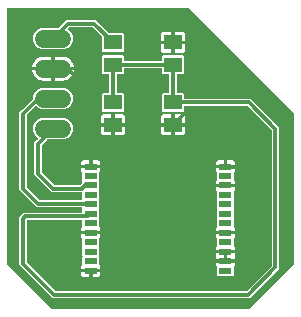
<source format=gbr>
G04 EAGLE Gerber RS-274X export*
G75*
%MOMM*%
%FSLAX34Y34*%
%LPD*%
%INTop Copper*%
%IPPOS*%
%AMOC8*
5,1,8,0,0,1.08239X$1,22.5*%
G01*
%ADD10R,1.100000X0.600000*%
%ADD11C,1.524000*%
%ADD12R,1.500000X1.300000*%
%ADD13C,0.304800*%

G36*
X203290Y100854D02*
X203290Y100854D01*
X203381Y100861D01*
X203411Y100873D01*
X203443Y100879D01*
X203523Y100921D01*
X203607Y100957D01*
X203639Y100983D01*
X203660Y100994D01*
X203682Y101017D01*
X203738Y101062D01*
X241838Y139162D01*
X241886Y139228D01*
X241892Y139234D01*
X241894Y139239D01*
X241951Y139305D01*
X241963Y139335D01*
X241982Y139361D01*
X242009Y139448D01*
X242043Y139533D01*
X242047Y139574D01*
X242054Y139597D01*
X242053Y139629D01*
X242061Y139700D01*
X242061Y266700D01*
X242047Y266790D01*
X242039Y266881D01*
X242027Y266911D01*
X242022Y266943D01*
X241979Y267023D01*
X241943Y267107D01*
X241917Y267139D01*
X241906Y267160D01*
X241883Y267182D01*
X241838Y267238D01*
X152938Y356138D01*
X152864Y356191D01*
X152795Y356251D01*
X152765Y356263D01*
X152739Y356282D01*
X152652Y356309D01*
X152567Y356343D01*
X152526Y356347D01*
X152503Y356354D01*
X152471Y356353D01*
X152400Y356361D01*
X0Y356361D01*
X-20Y356358D01*
X-39Y356360D01*
X-141Y356338D01*
X-243Y356322D01*
X-260Y356312D01*
X-280Y356308D01*
X-369Y356255D01*
X-460Y356206D01*
X-474Y356192D01*
X-491Y356182D01*
X-558Y356103D01*
X-630Y356028D01*
X-638Y356010D01*
X-651Y355995D01*
X-690Y355899D01*
X-733Y355805D01*
X-735Y355785D01*
X-743Y355767D01*
X-761Y355600D01*
X-761Y139700D01*
X-747Y139610D01*
X-739Y139519D01*
X-727Y139489D01*
X-722Y139457D01*
X-679Y139377D01*
X-643Y139293D01*
X-617Y139261D01*
X-606Y139240D01*
X-583Y139218D01*
X-538Y139162D01*
X37562Y101062D01*
X37636Y101009D01*
X37705Y100949D01*
X37735Y100937D01*
X37761Y100918D01*
X37848Y100891D01*
X37933Y100857D01*
X37974Y100853D01*
X37997Y100846D01*
X38029Y100847D01*
X38100Y100839D01*
X203200Y100839D01*
X203290Y100854D01*
G37*
%LPC*%
G36*
X37853Y110235D02*
X37853Y110235D01*
X9651Y138437D01*
X9651Y179063D01*
X13485Y182897D01*
X62214Y182897D01*
X62234Y182900D01*
X62253Y182898D01*
X62355Y182920D01*
X62457Y182936D01*
X62474Y182946D01*
X62494Y182950D01*
X62583Y183003D01*
X62674Y183052D01*
X62688Y183066D01*
X62705Y183076D01*
X62772Y183155D01*
X62844Y183230D01*
X62852Y183248D01*
X62865Y183263D01*
X62904Y183359D01*
X62947Y183453D01*
X62949Y183473D01*
X62957Y183491D01*
X62975Y183658D01*
X62975Y185536D01*
X62991Y185598D01*
X63021Y185697D01*
X63021Y185717D01*
X63026Y185736D01*
X63018Y185839D01*
X63015Y185942D01*
X63008Y185961D01*
X63007Y185981D01*
X62975Y186055D01*
X62975Y186690D01*
X62972Y186710D01*
X62974Y186729D01*
X62952Y186831D01*
X62936Y186933D01*
X62926Y186950D01*
X62922Y186970D01*
X62869Y187059D01*
X62820Y187150D01*
X62806Y187164D01*
X62796Y187181D01*
X62717Y187248D01*
X62642Y187320D01*
X62624Y187328D01*
X62609Y187341D01*
X62513Y187380D01*
X62419Y187423D01*
X62399Y187425D01*
X62381Y187433D01*
X62214Y187451D01*
X24137Y187451D01*
X9651Y201937D01*
X9651Y267963D01*
X11660Y269972D01*
X21112Y279424D01*
X21165Y279498D01*
X21225Y279567D01*
X21237Y279597D01*
X21256Y279624D01*
X21283Y279711D01*
X21317Y279795D01*
X21321Y279836D01*
X21328Y279859D01*
X21327Y279891D01*
X21335Y279962D01*
X21335Y281219D01*
X22727Y284580D01*
X25300Y287153D01*
X28661Y288545D01*
X47539Y288545D01*
X50900Y287153D01*
X53473Y284580D01*
X54865Y281219D01*
X54865Y277581D01*
X53473Y274220D01*
X50900Y271647D01*
X47539Y270255D01*
X28661Y270255D01*
X25300Y271647D01*
X24168Y272780D01*
X24152Y272791D01*
X24139Y272807D01*
X24052Y272863D01*
X23968Y272923D01*
X23949Y272929D01*
X23932Y272940D01*
X23832Y272965D01*
X23733Y272996D01*
X23713Y272995D01*
X23694Y273000D01*
X23591Y272992D01*
X23487Y272989D01*
X23468Y272982D01*
X23448Y272981D01*
X23354Y272940D01*
X23256Y272905D01*
X23240Y272892D01*
X23222Y272884D01*
X23091Y272780D01*
X15972Y265660D01*
X15919Y265586D01*
X15859Y265517D01*
X15847Y265487D01*
X15828Y265460D01*
X15801Y265373D01*
X15767Y265289D01*
X15763Y265248D01*
X15756Y265225D01*
X15757Y265193D01*
X15749Y265122D01*
X15749Y204778D01*
X15763Y204688D01*
X15771Y204597D01*
X15783Y204567D01*
X15788Y204535D01*
X15831Y204455D01*
X15867Y204371D01*
X15893Y204339D01*
X15904Y204318D01*
X15927Y204296D01*
X15972Y204240D01*
X26440Y193772D01*
X26514Y193719D01*
X26583Y193659D01*
X26613Y193647D01*
X26640Y193628D01*
X26727Y193601D01*
X26811Y193567D01*
X26852Y193563D01*
X26875Y193556D01*
X26907Y193557D01*
X26978Y193549D01*
X62214Y193549D01*
X62234Y193552D01*
X62253Y193550D01*
X62355Y193572D01*
X62457Y193588D01*
X62474Y193598D01*
X62494Y193602D01*
X62583Y193655D01*
X62674Y193704D01*
X62688Y193718D01*
X62705Y193728D01*
X62772Y193807D01*
X62844Y193882D01*
X62852Y193900D01*
X62865Y193915D01*
X62904Y194011D01*
X62947Y194105D01*
X62949Y194125D01*
X62957Y194143D01*
X62975Y194310D01*
X62975Y199390D01*
X62972Y199410D01*
X62974Y199429D01*
X62952Y199531D01*
X62936Y199633D01*
X62926Y199650D01*
X62922Y199670D01*
X62869Y199759D01*
X62820Y199850D01*
X62806Y199864D01*
X62796Y199881D01*
X62717Y199948D01*
X62642Y200020D01*
X62624Y200028D01*
X62609Y200041D01*
X62513Y200080D01*
X62419Y200123D01*
X62399Y200125D01*
X62381Y200133D01*
X62214Y200151D01*
X36837Y200151D01*
X22351Y214637D01*
X22351Y242563D01*
X24360Y244572D01*
X25130Y245341D01*
X25141Y245357D01*
X25157Y245370D01*
X25213Y245457D01*
X25273Y245541D01*
X25279Y245560D01*
X25290Y245577D01*
X25315Y245677D01*
X25346Y245776D01*
X25345Y245796D01*
X25350Y245815D01*
X25342Y245918D01*
X25339Y246022D01*
X25332Y246041D01*
X25331Y246060D01*
X25290Y246155D01*
X25255Y246253D01*
X25242Y246269D01*
X25234Y246287D01*
X25130Y246418D01*
X22727Y248820D01*
X21335Y252181D01*
X21335Y255819D01*
X22727Y259180D01*
X25300Y261753D01*
X28661Y263145D01*
X47539Y263145D01*
X50900Y261753D01*
X53473Y259180D01*
X54865Y255819D01*
X54865Y252181D01*
X53473Y248820D01*
X50900Y246247D01*
X47539Y244855D01*
X33582Y244855D01*
X33492Y244841D01*
X33401Y244833D01*
X33371Y244821D01*
X33339Y244816D01*
X33259Y244773D01*
X33175Y244737D01*
X33143Y244711D01*
X33122Y244700D01*
X33100Y244677D01*
X33044Y244632D01*
X28672Y240260D01*
X28619Y240186D01*
X28559Y240117D01*
X28547Y240087D01*
X28528Y240060D01*
X28501Y239973D01*
X28467Y239889D01*
X28463Y239848D01*
X28456Y239825D01*
X28457Y239793D01*
X28449Y239722D01*
X28449Y217478D01*
X28463Y217388D01*
X28471Y217297D01*
X28483Y217267D01*
X28488Y217235D01*
X28531Y217155D01*
X28567Y217071D01*
X28593Y217039D01*
X28604Y217018D01*
X28627Y216996D01*
X28672Y216940D01*
X39140Y206472D01*
X39214Y206419D01*
X39283Y206359D01*
X39313Y206347D01*
X39340Y206328D01*
X39427Y206301D01*
X39511Y206267D01*
X39552Y206263D01*
X39575Y206256D01*
X39607Y206257D01*
X39678Y206249D01*
X61011Y206249D01*
X61101Y206263D01*
X61192Y206271D01*
X61222Y206283D01*
X61254Y206288D01*
X61335Y206331D01*
X61419Y206367D01*
X61451Y206393D01*
X61471Y206404D01*
X61494Y206427D01*
X61550Y206472D01*
X62752Y207674D01*
X62800Y207741D01*
X62806Y207747D01*
X62808Y207751D01*
X62865Y207818D01*
X62877Y207848D01*
X62896Y207874D01*
X62923Y207961D01*
X62957Y208046D01*
X62961Y208087D01*
X62968Y208109D01*
X62967Y208141D01*
X62975Y208213D01*
X62975Y209536D01*
X62991Y209598D01*
X63021Y209697D01*
X63021Y209717D01*
X63026Y209736D01*
X63018Y209839D01*
X63015Y209942D01*
X63008Y209961D01*
X63007Y209981D01*
X62975Y210055D01*
X62975Y216416D01*
X62961Y216506D01*
X62953Y216597D01*
X62941Y216627D01*
X62936Y216659D01*
X62893Y216740D01*
X62857Y216824D01*
X62831Y216856D01*
X62820Y216876D01*
X62797Y216899D01*
X62752Y216955D01*
X62467Y217240D01*
X62132Y217819D01*
X61959Y218466D01*
X61959Y220301D01*
X69262Y220301D01*
X69281Y220304D01*
X69301Y220302D01*
X69403Y220324D01*
X69505Y220340D01*
X69522Y220350D01*
X69542Y220354D01*
X69631Y220407D01*
X69722Y220456D01*
X69736Y220470D01*
X69753Y220480D01*
X69820Y220559D01*
X69891Y220634D01*
X69900Y220652D01*
X69913Y220667D01*
X69951Y220763D01*
X69995Y220857D01*
X69997Y220877D01*
X70004Y220895D01*
X70017Y220819D01*
X70026Y220802D01*
X70030Y220782D01*
X70083Y220693D01*
X70132Y220602D01*
X70146Y220588D01*
X70156Y220571D01*
X70235Y220504D01*
X70310Y220432D01*
X70328Y220424D01*
X70343Y220411D01*
X70440Y220372D01*
X70533Y220329D01*
X70553Y220327D01*
X70571Y220319D01*
X70738Y220301D01*
X78041Y220301D01*
X78041Y218466D01*
X77868Y217819D01*
X77533Y217240D01*
X77248Y216955D01*
X77195Y216881D01*
X77135Y216811D01*
X77123Y216781D01*
X77104Y216755D01*
X77077Y216668D01*
X77043Y216583D01*
X77039Y216542D01*
X77032Y216520D01*
X77033Y216488D01*
X77025Y216416D01*
X77025Y210064D01*
X77009Y210002D01*
X76979Y209904D01*
X76979Y209884D01*
X76974Y209864D01*
X76982Y209761D01*
X76985Y209658D01*
X76992Y209639D01*
X76993Y209619D01*
X77025Y209546D01*
X77025Y202064D01*
X77009Y202002D01*
X76979Y201904D01*
X76979Y201884D01*
X76974Y201864D01*
X76982Y201761D01*
X76985Y201658D01*
X76992Y201639D01*
X76993Y201619D01*
X77025Y201546D01*
X77025Y194064D01*
X77009Y194002D01*
X76979Y193904D01*
X76979Y193884D01*
X76974Y193864D01*
X76982Y193761D01*
X76985Y193658D01*
X76992Y193639D01*
X76993Y193619D01*
X77025Y193546D01*
X77025Y186064D01*
X77009Y186002D01*
X76979Y185904D01*
X76979Y185884D01*
X76974Y185864D01*
X76982Y185761D01*
X76985Y185658D01*
X76992Y185639D01*
X76993Y185619D01*
X77025Y185546D01*
X77025Y178064D01*
X77009Y178002D01*
X76979Y177904D01*
X76979Y177884D01*
X76974Y177864D01*
X76982Y177761D01*
X76985Y177658D01*
X76992Y177639D01*
X76993Y177619D01*
X77025Y177546D01*
X77025Y171184D01*
X77039Y171094D01*
X77047Y171003D01*
X77059Y170973D01*
X77064Y170941D01*
X77107Y170860D01*
X77143Y170776D01*
X77169Y170744D01*
X77180Y170724D01*
X77203Y170701D01*
X77248Y170645D01*
X77533Y170360D01*
X77868Y169781D01*
X78041Y169134D01*
X78041Y167299D01*
X70738Y167299D01*
X70719Y167296D01*
X70699Y167298D01*
X70597Y167276D01*
X70495Y167260D01*
X70478Y167250D01*
X70458Y167246D01*
X70369Y167193D01*
X70278Y167144D01*
X70264Y167130D01*
X70247Y167120D01*
X70180Y167041D01*
X70109Y166966D01*
X70100Y166948D01*
X70087Y166933D01*
X70049Y166837D01*
X70005Y166743D01*
X70003Y166723D01*
X69996Y166705D01*
X69983Y166781D01*
X69974Y166798D01*
X69970Y166818D01*
X69917Y166907D01*
X69868Y166998D01*
X69854Y167012D01*
X69844Y167029D01*
X69765Y167096D01*
X69690Y167168D01*
X69672Y167176D01*
X69657Y167189D01*
X69560Y167228D01*
X69467Y167271D01*
X69447Y167273D01*
X69429Y167281D01*
X69262Y167299D01*
X61959Y167299D01*
X61959Y169134D01*
X62132Y169781D01*
X62467Y170360D01*
X62752Y170645D01*
X62805Y170719D01*
X62865Y170789D01*
X62877Y170819D01*
X62896Y170845D01*
X62923Y170932D01*
X62957Y171017D01*
X62961Y171058D01*
X62968Y171080D01*
X62967Y171112D01*
X62975Y171184D01*
X62975Y176038D01*
X62972Y176058D01*
X62974Y176077D01*
X62952Y176179D01*
X62936Y176281D01*
X62926Y176298D01*
X62922Y176318D01*
X62869Y176407D01*
X62820Y176498D01*
X62806Y176512D01*
X62796Y176529D01*
X62717Y176596D01*
X62642Y176668D01*
X62624Y176676D01*
X62609Y176689D01*
X62513Y176728D01*
X62419Y176771D01*
X62399Y176773D01*
X62381Y176781D01*
X62214Y176799D01*
X16510Y176799D01*
X16490Y176796D01*
X16471Y176798D01*
X16369Y176776D01*
X16267Y176760D01*
X16250Y176750D01*
X16230Y176746D01*
X16141Y176693D01*
X16050Y176644D01*
X16036Y176630D01*
X16019Y176620D01*
X15952Y176541D01*
X15880Y176466D01*
X15872Y176448D01*
X15859Y176433D01*
X15820Y176337D01*
X15777Y176243D01*
X15775Y176223D01*
X15767Y176205D01*
X15749Y176038D01*
X15749Y141278D01*
X15763Y141188D01*
X15771Y141097D01*
X15783Y141067D01*
X15788Y141035D01*
X15831Y140955D01*
X15867Y140871D01*
X15893Y140839D01*
X15904Y140818D01*
X15927Y140796D01*
X15972Y140740D01*
X40156Y116556D01*
X40230Y116503D01*
X40299Y116443D01*
X40329Y116431D01*
X40356Y116412D01*
X40443Y116385D01*
X40527Y116351D01*
X40568Y116347D01*
X40591Y116340D01*
X40623Y116341D01*
X40694Y116333D01*
X201622Y116333D01*
X201712Y116347D01*
X201803Y116355D01*
X201833Y116367D01*
X201865Y116372D01*
X201945Y116415D01*
X202029Y116451D01*
X202061Y116477D01*
X202082Y116488D01*
X202104Y116511D01*
X202160Y116556D01*
X223044Y137440D01*
X223097Y137514D01*
X223157Y137583D01*
X223169Y137613D01*
X223188Y137640D01*
X223215Y137727D01*
X223249Y137811D01*
X223253Y137852D01*
X223260Y137875D01*
X223259Y137907D01*
X223267Y137978D01*
X223267Y252422D01*
X223253Y252512D01*
X223245Y252603D01*
X223233Y252633D01*
X223228Y252665D01*
X223185Y252745D01*
X223149Y252829D01*
X223123Y252861D01*
X223112Y252882D01*
X223089Y252904D01*
X223044Y252960D01*
X203076Y272928D01*
X203002Y272981D01*
X202933Y273041D01*
X202903Y273053D01*
X202876Y273072D01*
X202789Y273099D01*
X202705Y273133D01*
X202664Y273137D01*
X202641Y273144D01*
X202609Y273143D01*
X202538Y273151D01*
X149486Y273151D01*
X149466Y273148D01*
X149447Y273150D01*
X149345Y273128D01*
X149243Y273112D01*
X149226Y273102D01*
X149206Y273098D01*
X149117Y273045D01*
X149026Y272996D01*
X149012Y272982D01*
X148995Y272972D01*
X148928Y272893D01*
X148856Y272818D01*
X148848Y272800D01*
X148835Y272785D01*
X148796Y272689D01*
X148753Y272595D01*
X148751Y272575D01*
X148743Y272557D01*
X148725Y272390D01*
X148725Y269068D01*
X147832Y268175D01*
X131568Y268175D01*
X130675Y269068D01*
X130675Y283332D01*
X131568Y284225D01*
X135890Y284225D01*
X135910Y284228D01*
X135929Y284226D01*
X136031Y284248D01*
X136133Y284264D01*
X136150Y284274D01*
X136170Y284278D01*
X136259Y284331D01*
X136350Y284380D01*
X136364Y284394D01*
X136381Y284404D01*
X136448Y284483D01*
X136520Y284558D01*
X136528Y284576D01*
X136541Y284591D01*
X136580Y284687D01*
X136623Y284781D01*
X136625Y284801D01*
X136633Y284819D01*
X136651Y284986D01*
X136651Y299214D01*
X136648Y299234D01*
X136650Y299253D01*
X136628Y299355D01*
X136612Y299457D01*
X136602Y299474D01*
X136598Y299494D01*
X136545Y299583D01*
X136496Y299674D01*
X136482Y299688D01*
X136472Y299705D01*
X136393Y299772D01*
X136318Y299844D01*
X136300Y299852D01*
X136285Y299865D01*
X136189Y299904D01*
X136095Y299947D01*
X136075Y299949D01*
X136057Y299957D01*
X135890Y299975D01*
X131568Y299975D01*
X130675Y300868D01*
X130675Y304190D01*
X130672Y304210D01*
X130674Y304229D01*
X130652Y304331D01*
X130636Y304433D01*
X130626Y304450D01*
X130622Y304470D01*
X130569Y304559D01*
X130520Y304650D01*
X130506Y304664D01*
X130496Y304681D01*
X130417Y304748D01*
X130342Y304820D01*
X130324Y304828D01*
X130309Y304841D01*
X130213Y304880D01*
X130119Y304923D01*
X130099Y304925D01*
X130081Y304933D01*
X129914Y304951D01*
X98686Y304951D01*
X98666Y304948D01*
X98647Y304950D01*
X98545Y304928D01*
X98443Y304912D01*
X98426Y304902D01*
X98406Y304898D01*
X98317Y304845D01*
X98226Y304796D01*
X98212Y304782D01*
X98195Y304772D01*
X98128Y304693D01*
X98056Y304618D01*
X98048Y304600D01*
X98035Y304585D01*
X97996Y304489D01*
X97953Y304395D01*
X97951Y304375D01*
X97943Y304357D01*
X97925Y304190D01*
X97925Y300868D01*
X97032Y299975D01*
X92710Y299975D01*
X92690Y299972D01*
X92671Y299974D01*
X92569Y299952D01*
X92467Y299936D01*
X92450Y299926D01*
X92430Y299922D01*
X92341Y299869D01*
X92250Y299820D01*
X92236Y299806D01*
X92219Y299796D01*
X92152Y299717D01*
X92080Y299642D01*
X92072Y299624D01*
X92059Y299609D01*
X92020Y299513D01*
X91977Y299419D01*
X91975Y299399D01*
X91967Y299381D01*
X91949Y299214D01*
X91949Y284986D01*
X91952Y284966D01*
X91950Y284947D01*
X91972Y284845D01*
X91988Y284743D01*
X91998Y284726D01*
X92002Y284706D01*
X92055Y284617D01*
X92104Y284526D01*
X92118Y284512D01*
X92128Y284495D01*
X92207Y284428D01*
X92282Y284356D01*
X92300Y284348D01*
X92315Y284335D01*
X92411Y284296D01*
X92505Y284253D01*
X92525Y284251D01*
X92543Y284243D01*
X92710Y284225D01*
X97032Y284225D01*
X97925Y283332D01*
X97925Y269068D01*
X97032Y268175D01*
X80768Y268175D01*
X79875Y269068D01*
X79875Y283332D01*
X80768Y284225D01*
X85090Y284225D01*
X85110Y284228D01*
X85129Y284226D01*
X85231Y284248D01*
X85333Y284264D01*
X85350Y284274D01*
X85370Y284278D01*
X85459Y284331D01*
X85550Y284380D01*
X85564Y284394D01*
X85581Y284404D01*
X85648Y284483D01*
X85720Y284558D01*
X85728Y284576D01*
X85741Y284591D01*
X85780Y284687D01*
X85823Y284781D01*
X85825Y284801D01*
X85833Y284819D01*
X85851Y284986D01*
X85851Y299214D01*
X85848Y299234D01*
X85850Y299253D01*
X85828Y299355D01*
X85812Y299457D01*
X85802Y299474D01*
X85798Y299494D01*
X85745Y299583D01*
X85696Y299674D01*
X85682Y299688D01*
X85672Y299705D01*
X85593Y299772D01*
X85518Y299844D01*
X85500Y299852D01*
X85485Y299865D01*
X85389Y299904D01*
X85295Y299947D01*
X85275Y299949D01*
X85257Y299957D01*
X85090Y299975D01*
X80768Y299975D01*
X79875Y300868D01*
X79875Y315132D01*
X80768Y316025D01*
X97032Y316025D01*
X97925Y315132D01*
X97925Y311810D01*
X97928Y311790D01*
X97926Y311771D01*
X97948Y311669D01*
X97964Y311567D01*
X97974Y311550D01*
X97978Y311530D01*
X98031Y311441D01*
X98080Y311350D01*
X98094Y311336D01*
X98104Y311319D01*
X98183Y311252D01*
X98258Y311180D01*
X98276Y311172D01*
X98291Y311159D01*
X98387Y311120D01*
X98481Y311077D01*
X98501Y311075D01*
X98519Y311067D01*
X98686Y311049D01*
X129914Y311049D01*
X129934Y311052D01*
X129953Y311050D01*
X130055Y311072D01*
X130157Y311088D01*
X130174Y311098D01*
X130194Y311102D01*
X130283Y311155D01*
X130374Y311204D01*
X130388Y311218D01*
X130405Y311228D01*
X130472Y311307D01*
X130544Y311382D01*
X130552Y311400D01*
X130565Y311415D01*
X130604Y311511D01*
X130647Y311605D01*
X130649Y311625D01*
X130657Y311643D01*
X130675Y311810D01*
X130675Y315132D01*
X131568Y316025D01*
X147832Y316025D01*
X148725Y315132D01*
X148725Y300868D01*
X147832Y299975D01*
X143510Y299975D01*
X143490Y299972D01*
X143471Y299974D01*
X143369Y299952D01*
X143267Y299936D01*
X143250Y299926D01*
X143230Y299922D01*
X143141Y299869D01*
X143050Y299820D01*
X143036Y299806D01*
X143019Y299796D01*
X142952Y299717D01*
X142880Y299642D01*
X142872Y299624D01*
X142859Y299609D01*
X142820Y299513D01*
X142777Y299419D01*
X142775Y299399D01*
X142767Y299381D01*
X142749Y299214D01*
X142749Y284986D01*
X142752Y284966D01*
X142750Y284947D01*
X142772Y284845D01*
X142788Y284743D01*
X142798Y284726D01*
X142802Y284706D01*
X142855Y284617D01*
X142904Y284526D01*
X142918Y284512D01*
X142928Y284495D01*
X143007Y284428D01*
X143082Y284356D01*
X143100Y284348D01*
X143115Y284335D01*
X143211Y284296D01*
X143305Y284253D01*
X143325Y284251D01*
X143343Y284243D01*
X143510Y284225D01*
X147832Y284225D01*
X148725Y283332D01*
X148725Y280010D01*
X148728Y279990D01*
X148726Y279971D01*
X148748Y279869D01*
X148764Y279767D01*
X148774Y279750D01*
X148778Y279730D01*
X148831Y279641D01*
X148880Y279550D01*
X148894Y279536D01*
X148904Y279519D01*
X148983Y279452D01*
X149058Y279380D01*
X149076Y279372D01*
X149091Y279359D01*
X149187Y279320D01*
X149281Y279277D01*
X149301Y279275D01*
X149319Y279267D01*
X149486Y279249D01*
X205379Y279249D01*
X229365Y255263D01*
X229365Y135137D01*
X204463Y110235D01*
X37853Y110235D01*
G37*
%LPD*%
%LPC*%
G36*
X80768Y318975D02*
X80768Y318975D01*
X79875Y319868D01*
X79875Y331398D01*
X79861Y331488D01*
X79853Y331579D01*
X79841Y331609D01*
X79836Y331641D01*
X79793Y331721D01*
X79757Y331805D01*
X79731Y331837D01*
X79720Y331858D01*
X79697Y331880D01*
X79652Y331936D01*
X71960Y339628D01*
X71886Y339681D01*
X71817Y339741D01*
X71787Y339753D01*
X71760Y339772D01*
X71673Y339799D01*
X71589Y339833D01*
X71548Y339837D01*
X71525Y339844D01*
X71493Y339843D01*
X71422Y339851D01*
X52378Y339851D01*
X52288Y339837D01*
X52197Y339829D01*
X52167Y339817D01*
X52135Y339812D01*
X52055Y339769D01*
X51971Y339733D01*
X51939Y339707D01*
X51918Y339696D01*
X51896Y339673D01*
X51840Y339628D01*
X51070Y338859D01*
X51059Y338843D01*
X51043Y338830D01*
X51012Y338782D01*
X51007Y338777D01*
X51004Y338768D01*
X50987Y338743D01*
X50927Y338659D01*
X50921Y338640D01*
X50910Y338623D01*
X50885Y338523D01*
X50854Y338424D01*
X50855Y338404D01*
X50850Y338385D01*
X50858Y338282D01*
X50861Y338178D01*
X50868Y338159D01*
X50869Y338140D01*
X50910Y338045D01*
X50945Y337947D01*
X50958Y337931D01*
X50966Y337913D01*
X51070Y337782D01*
X53473Y335380D01*
X54865Y332019D01*
X54865Y328381D01*
X53473Y325020D01*
X50900Y322447D01*
X47539Y321055D01*
X28661Y321055D01*
X25300Y322447D01*
X22727Y325020D01*
X21335Y328381D01*
X21335Y332019D01*
X22727Y335380D01*
X25300Y337953D01*
X28661Y339345D01*
X42618Y339345D01*
X42708Y339359D01*
X42799Y339367D01*
X42829Y339379D01*
X42861Y339384D01*
X42941Y339427D01*
X43025Y339463D01*
X43057Y339489D01*
X43078Y339500D01*
X43100Y339523D01*
X43156Y339568D01*
X47528Y343940D01*
X49537Y345949D01*
X74263Y345949D01*
X84964Y335248D01*
X85038Y335195D01*
X85107Y335135D01*
X85137Y335123D01*
X85164Y335104D01*
X85251Y335077D01*
X85335Y335043D01*
X85376Y335039D01*
X85399Y335032D01*
X85431Y335033D01*
X85502Y335025D01*
X97032Y335025D01*
X97925Y334132D01*
X97925Y319868D01*
X97032Y318975D01*
X80768Y318975D01*
G37*
%LPD*%
%LPC*%
G36*
X183983Y166781D02*
X183983Y166781D01*
X183974Y166798D01*
X183970Y166818D01*
X183917Y166907D01*
X183868Y166998D01*
X183854Y167012D01*
X183844Y167029D01*
X183765Y167096D01*
X183690Y167168D01*
X183672Y167176D01*
X183657Y167189D01*
X183560Y167228D01*
X183467Y167271D01*
X183447Y167273D01*
X183429Y167281D01*
X183262Y167299D01*
X175959Y167299D01*
X175959Y169134D01*
X176132Y169781D01*
X176467Y170360D01*
X176752Y170645D01*
X176805Y170719D01*
X176865Y170789D01*
X176877Y170819D01*
X176896Y170845D01*
X176923Y170932D01*
X176957Y171017D01*
X176961Y171058D01*
X176968Y171080D01*
X176967Y171112D01*
X176975Y171184D01*
X176975Y177536D01*
X176991Y177598D01*
X177021Y177696D01*
X177021Y177716D01*
X177026Y177736D01*
X177018Y177839D01*
X177015Y177942D01*
X177008Y177961D01*
X177007Y177981D01*
X176975Y178054D01*
X176975Y185536D01*
X176991Y185598D01*
X177021Y185696D01*
X177021Y185716D01*
X177026Y185736D01*
X177018Y185839D01*
X177015Y185942D01*
X177008Y185961D01*
X177007Y185981D01*
X176975Y186054D01*
X176975Y193536D01*
X176991Y193598D01*
X177021Y193696D01*
X177021Y193716D01*
X177026Y193736D01*
X177018Y193839D01*
X177015Y193942D01*
X177008Y193961D01*
X177007Y193981D01*
X176975Y194054D01*
X176975Y200416D01*
X176961Y200506D01*
X176953Y200597D01*
X176941Y200627D01*
X176936Y200659D01*
X176893Y200740D01*
X176857Y200824D01*
X176831Y200856D01*
X176820Y200876D01*
X176797Y200899D01*
X176752Y200955D01*
X176467Y201240D01*
X176132Y201819D01*
X175959Y202466D01*
X175959Y204301D01*
X183262Y204301D01*
X183281Y204304D01*
X183301Y204302D01*
X183403Y204324D01*
X183505Y204340D01*
X183522Y204350D01*
X183542Y204354D01*
X183631Y204407D01*
X183722Y204456D01*
X183736Y204470D01*
X183753Y204480D01*
X183820Y204559D01*
X183891Y204634D01*
X183900Y204652D01*
X183913Y204667D01*
X183951Y204763D01*
X183995Y204857D01*
X183997Y204877D01*
X184004Y204895D01*
X184017Y204819D01*
X184026Y204802D01*
X184030Y204782D01*
X184083Y204693D01*
X184132Y204602D01*
X184146Y204588D01*
X184156Y204571D01*
X184235Y204504D01*
X184310Y204432D01*
X184328Y204424D01*
X184343Y204411D01*
X184440Y204372D01*
X184533Y204329D01*
X184553Y204327D01*
X184571Y204319D01*
X184738Y204301D01*
X192041Y204301D01*
X192041Y202466D01*
X191868Y201819D01*
X191533Y201240D01*
X191248Y200955D01*
X191195Y200881D01*
X191135Y200811D01*
X191123Y200781D01*
X191104Y200755D01*
X191077Y200668D01*
X191043Y200583D01*
X191039Y200542D01*
X191032Y200520D01*
X191033Y200488D01*
X191025Y200416D01*
X191025Y194064D01*
X191009Y194002D01*
X190979Y193903D01*
X190979Y193883D01*
X190974Y193864D01*
X190982Y193761D01*
X190985Y193658D01*
X190992Y193639D01*
X190993Y193619D01*
X191025Y193545D01*
X191025Y186064D01*
X191009Y186002D01*
X190979Y185903D01*
X190979Y185883D01*
X190974Y185864D01*
X190982Y185761D01*
X190985Y185658D01*
X190992Y185639D01*
X190993Y185619D01*
X191025Y185545D01*
X191025Y178064D01*
X191009Y178002D01*
X190979Y177903D01*
X190979Y177883D01*
X190974Y177864D01*
X190982Y177761D01*
X190985Y177658D01*
X190992Y177639D01*
X190993Y177619D01*
X191025Y177545D01*
X191025Y171184D01*
X191039Y171094D01*
X191047Y171003D01*
X191059Y170973D01*
X191064Y170941D01*
X191107Y170860D01*
X191143Y170776D01*
X191169Y170744D01*
X191180Y170724D01*
X191203Y170701D01*
X191248Y170645D01*
X191533Y170360D01*
X191868Y169781D01*
X192041Y169134D01*
X192041Y167299D01*
X184738Y167299D01*
X184719Y167296D01*
X184699Y167298D01*
X184597Y167276D01*
X184495Y167260D01*
X184478Y167250D01*
X184458Y167246D01*
X184369Y167193D01*
X184278Y167144D01*
X184264Y167130D01*
X184247Y167120D01*
X184180Y167041D01*
X184109Y166966D01*
X184100Y166948D01*
X184087Y166933D01*
X184049Y166837D01*
X184005Y166743D01*
X184003Y166723D01*
X183996Y166705D01*
X183983Y166781D01*
G37*
%LPD*%
%LPC*%
G36*
X69983Y134781D02*
X69983Y134781D01*
X69974Y134798D01*
X69970Y134818D01*
X69917Y134907D01*
X69868Y134998D01*
X69854Y135012D01*
X69844Y135029D01*
X69765Y135096D01*
X69690Y135168D01*
X69672Y135176D01*
X69657Y135189D01*
X69560Y135228D01*
X69467Y135271D01*
X69447Y135273D01*
X69429Y135281D01*
X69262Y135299D01*
X61959Y135299D01*
X61959Y137134D01*
X62132Y137781D01*
X62467Y138360D01*
X62752Y138645D01*
X62805Y138719D01*
X62865Y138789D01*
X62877Y138819D01*
X62896Y138845D01*
X62923Y138932D01*
X62957Y139017D01*
X62961Y139058D01*
X62968Y139080D01*
X62967Y139112D01*
X62975Y139184D01*
X62975Y145536D01*
X62991Y145598D01*
X63021Y145697D01*
X63021Y145717D01*
X63026Y145736D01*
X63018Y145839D01*
X63015Y145942D01*
X63008Y145961D01*
X63007Y145981D01*
X62975Y146055D01*
X62975Y153536D01*
X62991Y153598D01*
X63021Y153697D01*
X63021Y153717D01*
X63026Y153736D01*
X63018Y153839D01*
X63015Y153942D01*
X63008Y153961D01*
X63007Y153981D01*
X62975Y154055D01*
X62975Y160416D01*
X62961Y160506D01*
X62953Y160597D01*
X62941Y160627D01*
X62936Y160659D01*
X62893Y160740D01*
X62857Y160824D01*
X62831Y160856D01*
X62820Y160876D01*
X62797Y160899D01*
X62752Y160955D01*
X62467Y161240D01*
X62132Y161819D01*
X61959Y162466D01*
X61959Y164301D01*
X69262Y164301D01*
X69281Y164304D01*
X69301Y164302D01*
X69403Y164324D01*
X69505Y164340D01*
X69522Y164350D01*
X69542Y164354D01*
X69631Y164407D01*
X69722Y164456D01*
X69736Y164470D01*
X69753Y164480D01*
X69820Y164559D01*
X69891Y164634D01*
X69900Y164652D01*
X69913Y164667D01*
X69951Y164763D01*
X69995Y164857D01*
X69997Y164877D01*
X70004Y164895D01*
X70017Y164819D01*
X70026Y164802D01*
X70030Y164782D01*
X70083Y164693D01*
X70132Y164602D01*
X70146Y164588D01*
X70156Y164571D01*
X70235Y164504D01*
X70310Y164432D01*
X70328Y164424D01*
X70343Y164411D01*
X70440Y164372D01*
X70533Y164329D01*
X70553Y164327D01*
X70571Y164319D01*
X70738Y164301D01*
X78041Y164301D01*
X78041Y162466D01*
X77868Y161819D01*
X77533Y161240D01*
X77248Y160955D01*
X77195Y160881D01*
X77135Y160811D01*
X77123Y160781D01*
X77104Y160755D01*
X77077Y160668D01*
X77043Y160583D01*
X77039Y160542D01*
X77032Y160520D01*
X77033Y160488D01*
X77025Y160416D01*
X77025Y154064D01*
X77009Y154002D01*
X76979Y153904D01*
X76979Y153884D01*
X76974Y153864D01*
X76982Y153761D01*
X76985Y153658D01*
X76992Y153639D01*
X76993Y153619D01*
X77025Y153546D01*
X77025Y146064D01*
X77009Y146002D01*
X76979Y145904D01*
X76979Y145884D01*
X76974Y145864D01*
X76982Y145761D01*
X76985Y145658D01*
X76992Y145639D01*
X76993Y145619D01*
X77025Y145546D01*
X77025Y139184D01*
X77039Y139094D01*
X77047Y139003D01*
X77059Y138973D01*
X77064Y138941D01*
X77107Y138860D01*
X77143Y138776D01*
X77169Y138744D01*
X77180Y138724D01*
X77203Y138701D01*
X77248Y138645D01*
X77533Y138360D01*
X77868Y137781D01*
X78041Y137134D01*
X78041Y135299D01*
X70738Y135299D01*
X70719Y135296D01*
X70699Y135298D01*
X70597Y135276D01*
X70495Y135260D01*
X70478Y135250D01*
X70458Y135246D01*
X70369Y135193D01*
X70278Y135144D01*
X70264Y135130D01*
X70247Y135120D01*
X70180Y135041D01*
X70109Y134966D01*
X70100Y134948D01*
X70087Y134933D01*
X70049Y134837D01*
X70005Y134743D01*
X70003Y134723D01*
X69996Y134705D01*
X69983Y134781D01*
G37*
%LPD*%
%LPC*%
G36*
X183983Y206781D02*
X183983Y206781D01*
X183974Y206798D01*
X183970Y206818D01*
X183917Y206907D01*
X183868Y206998D01*
X183854Y207012D01*
X183844Y207029D01*
X183765Y207096D01*
X183690Y207168D01*
X183672Y207176D01*
X183657Y207189D01*
X183560Y207228D01*
X183467Y207271D01*
X183447Y207273D01*
X183429Y207281D01*
X183262Y207299D01*
X175959Y207299D01*
X175959Y209134D01*
X176132Y209781D01*
X176467Y210360D01*
X176752Y210645D01*
X176805Y210719D01*
X176865Y210789D01*
X176877Y210819D01*
X176896Y210845D01*
X176923Y210932D01*
X176957Y211017D01*
X176961Y211058D01*
X176968Y211080D01*
X176967Y211112D01*
X176975Y211184D01*
X176975Y216416D01*
X176961Y216506D01*
X176953Y216597D01*
X176941Y216627D01*
X176936Y216659D01*
X176893Y216740D01*
X176857Y216824D01*
X176831Y216856D01*
X176820Y216876D01*
X176797Y216899D01*
X176752Y216955D01*
X176467Y217240D01*
X176132Y217819D01*
X175959Y218466D01*
X175959Y220301D01*
X183262Y220301D01*
X183281Y220304D01*
X183301Y220302D01*
X183403Y220324D01*
X183505Y220340D01*
X183522Y220350D01*
X183542Y220354D01*
X183631Y220407D01*
X183722Y220456D01*
X183736Y220470D01*
X183753Y220480D01*
X183820Y220559D01*
X183891Y220634D01*
X183900Y220652D01*
X183913Y220667D01*
X183951Y220763D01*
X183995Y220857D01*
X183997Y220877D01*
X184004Y220895D01*
X184017Y220819D01*
X184026Y220802D01*
X184030Y220782D01*
X184083Y220693D01*
X184132Y220602D01*
X184146Y220588D01*
X184156Y220571D01*
X184235Y220504D01*
X184310Y220432D01*
X184328Y220424D01*
X184343Y220411D01*
X184440Y220372D01*
X184533Y220329D01*
X184553Y220327D01*
X184571Y220319D01*
X184738Y220301D01*
X192041Y220301D01*
X192041Y218466D01*
X191868Y217819D01*
X191533Y217240D01*
X191248Y216955D01*
X191195Y216881D01*
X191135Y216811D01*
X191123Y216781D01*
X191104Y216755D01*
X191077Y216668D01*
X191043Y216583D01*
X191039Y216542D01*
X191032Y216520D01*
X191033Y216488D01*
X191025Y216416D01*
X191025Y211184D01*
X191039Y211094D01*
X191047Y211003D01*
X191059Y210973D01*
X191064Y210941D01*
X191107Y210860D01*
X191143Y210776D01*
X191169Y210744D01*
X191180Y210724D01*
X191203Y210701D01*
X191248Y210645D01*
X191533Y210360D01*
X191868Y209781D01*
X192041Y209134D01*
X192041Y207299D01*
X184738Y207299D01*
X184719Y207296D01*
X184699Y207298D01*
X184597Y207276D01*
X184495Y207260D01*
X184478Y207250D01*
X184458Y207246D01*
X184369Y207193D01*
X184278Y207144D01*
X184264Y207130D01*
X184247Y207120D01*
X184180Y207041D01*
X184109Y206966D01*
X184100Y206948D01*
X184087Y206933D01*
X184049Y206837D01*
X184005Y206743D01*
X184003Y206723D01*
X183996Y206705D01*
X183983Y206781D01*
G37*
%LPD*%
%LPC*%
G36*
X183983Y150781D02*
X183983Y150781D01*
X183974Y150798D01*
X183970Y150818D01*
X183917Y150907D01*
X183868Y150998D01*
X183854Y151012D01*
X183844Y151029D01*
X183765Y151096D01*
X183690Y151168D01*
X183672Y151176D01*
X183657Y151189D01*
X183560Y151228D01*
X183467Y151271D01*
X183447Y151273D01*
X183429Y151281D01*
X183262Y151299D01*
X175959Y151299D01*
X175959Y153134D01*
X176132Y153781D01*
X176467Y154360D01*
X176752Y154645D01*
X176805Y154719D01*
X176865Y154789D01*
X176877Y154819D01*
X176896Y154845D01*
X176923Y154932D01*
X176957Y155017D01*
X176961Y155058D01*
X176968Y155080D01*
X176967Y155112D01*
X176975Y155184D01*
X176975Y160416D01*
X176961Y160506D01*
X176953Y160597D01*
X176941Y160627D01*
X176936Y160659D01*
X176893Y160740D01*
X176857Y160824D01*
X176831Y160856D01*
X176820Y160876D01*
X176797Y160899D01*
X176752Y160955D01*
X176467Y161240D01*
X176132Y161819D01*
X175959Y162466D01*
X175959Y164301D01*
X183262Y164301D01*
X183281Y164304D01*
X183301Y164302D01*
X183403Y164324D01*
X183505Y164340D01*
X183522Y164350D01*
X183542Y164354D01*
X183631Y164407D01*
X183722Y164456D01*
X183736Y164470D01*
X183753Y164480D01*
X183820Y164559D01*
X183891Y164634D01*
X183900Y164652D01*
X183913Y164667D01*
X183951Y164763D01*
X183995Y164857D01*
X183997Y164877D01*
X184004Y164895D01*
X184017Y164819D01*
X184026Y164802D01*
X184030Y164782D01*
X184083Y164693D01*
X184132Y164602D01*
X184146Y164588D01*
X184156Y164571D01*
X184235Y164504D01*
X184310Y164432D01*
X184328Y164424D01*
X184343Y164411D01*
X184440Y164372D01*
X184533Y164329D01*
X184553Y164327D01*
X184571Y164319D01*
X184738Y164301D01*
X192041Y164301D01*
X192041Y162466D01*
X191868Y161819D01*
X191533Y161240D01*
X191248Y160955D01*
X191195Y160881D01*
X191135Y160811D01*
X191123Y160781D01*
X191104Y160755D01*
X191077Y160668D01*
X191043Y160583D01*
X191039Y160542D01*
X191032Y160520D01*
X191033Y160488D01*
X191025Y160416D01*
X191025Y155184D01*
X191039Y155094D01*
X191047Y155003D01*
X191059Y154973D01*
X191064Y154941D01*
X191107Y154860D01*
X191143Y154776D01*
X191169Y154744D01*
X191180Y154724D01*
X191203Y154701D01*
X191248Y154645D01*
X191533Y154360D01*
X191868Y153781D01*
X192041Y153134D01*
X192041Y151299D01*
X184738Y151299D01*
X184719Y151296D01*
X184699Y151298D01*
X184597Y151276D01*
X184495Y151260D01*
X184478Y151250D01*
X184458Y151246D01*
X184369Y151193D01*
X184278Y151144D01*
X184264Y151130D01*
X184247Y151120D01*
X184180Y151041D01*
X184109Y150966D01*
X184100Y150948D01*
X184087Y150933D01*
X184049Y150837D01*
X184005Y150743D01*
X184003Y150723D01*
X183996Y150705D01*
X183983Y150781D01*
G37*
%LPD*%
%LPC*%
G36*
X177868Y129275D02*
X177868Y129275D01*
X176975Y130168D01*
X176975Y136416D01*
X176961Y136506D01*
X176953Y136597D01*
X176941Y136627D01*
X176936Y136659D01*
X176893Y136740D01*
X176857Y136824D01*
X176831Y136856D01*
X176820Y136876D01*
X176797Y136899D01*
X176752Y136955D01*
X176467Y137240D01*
X176132Y137819D01*
X175959Y138466D01*
X175959Y140301D01*
X183262Y140301D01*
X183281Y140304D01*
X183301Y140302D01*
X183403Y140324D01*
X183505Y140340D01*
X183522Y140350D01*
X183542Y140354D01*
X183631Y140407D01*
X183722Y140456D01*
X183736Y140470D01*
X183753Y140480D01*
X183820Y140559D01*
X183891Y140634D01*
X183900Y140652D01*
X183913Y140667D01*
X183951Y140763D01*
X183995Y140857D01*
X183997Y140877D01*
X184004Y140895D01*
X184017Y140819D01*
X184026Y140802D01*
X184030Y140782D01*
X184083Y140693D01*
X184132Y140602D01*
X184146Y140588D01*
X184156Y140571D01*
X184235Y140504D01*
X184310Y140432D01*
X184328Y140424D01*
X184343Y140411D01*
X184440Y140372D01*
X184533Y140329D01*
X184553Y140327D01*
X184571Y140319D01*
X184738Y140301D01*
X192041Y140301D01*
X192041Y138466D01*
X191868Y137819D01*
X191533Y137240D01*
X191248Y136955D01*
X191195Y136881D01*
X191135Y136811D01*
X191123Y136781D01*
X191104Y136755D01*
X191077Y136668D01*
X191043Y136583D01*
X191039Y136542D01*
X191032Y136520D01*
X191033Y136488D01*
X191025Y136416D01*
X191025Y130168D01*
X190132Y129275D01*
X177868Y129275D01*
G37*
%LPD*%
%LPC*%
G36*
X39623Y306323D02*
X39623Y306323D01*
X39623Y314961D01*
X46520Y314961D01*
X48099Y314711D01*
X49620Y314216D01*
X51045Y313490D01*
X52339Y312550D01*
X53470Y311419D01*
X54410Y310125D01*
X55136Y308700D01*
X55631Y307179D01*
X55766Y306323D01*
X39623Y306323D01*
G37*
%LPD*%
%LPC*%
G36*
X20434Y306323D02*
X20434Y306323D01*
X20569Y307179D01*
X21064Y308700D01*
X21790Y310125D01*
X22730Y311419D01*
X23861Y312550D01*
X25155Y313490D01*
X26580Y314216D01*
X28101Y314711D01*
X29680Y314961D01*
X36577Y314961D01*
X36577Y306323D01*
X20434Y306323D01*
G37*
%LPD*%
%LPC*%
G36*
X39623Y294639D02*
X39623Y294639D01*
X39623Y303277D01*
X55766Y303277D01*
X55631Y302421D01*
X55136Y300900D01*
X54410Y299475D01*
X53470Y298181D01*
X52339Y297050D01*
X51045Y296110D01*
X49620Y295384D01*
X48099Y294889D01*
X46520Y294639D01*
X39623Y294639D01*
G37*
%LPD*%
%LPC*%
G36*
X29680Y294639D02*
X29680Y294639D01*
X28101Y294889D01*
X26580Y295384D01*
X25155Y296110D01*
X23861Y297050D01*
X22730Y298181D01*
X21790Y299475D01*
X21064Y300900D01*
X20569Y302421D01*
X20434Y303277D01*
X36577Y303277D01*
X36577Y294639D01*
X29680Y294639D01*
G37*
%LPD*%
%LPC*%
G36*
X141223Y328523D02*
X141223Y328523D01*
X141223Y336041D01*
X147534Y336041D01*
X148181Y335868D01*
X148760Y335533D01*
X149233Y335060D01*
X149568Y334481D01*
X149741Y333834D01*
X149741Y328523D01*
X141223Y328523D01*
G37*
%LPD*%
%LPC*%
G36*
X141223Y258723D02*
X141223Y258723D01*
X141223Y266241D01*
X147534Y266241D01*
X148181Y266068D01*
X148760Y265733D01*
X149233Y265260D01*
X149568Y264681D01*
X149741Y264034D01*
X149741Y258723D01*
X141223Y258723D01*
G37*
%LPD*%
%LPC*%
G36*
X90423Y258723D02*
X90423Y258723D01*
X90423Y266241D01*
X96734Y266241D01*
X97381Y266068D01*
X97960Y265733D01*
X98433Y265260D01*
X98768Y264681D01*
X98941Y264034D01*
X98941Y258723D01*
X90423Y258723D01*
G37*
%LPD*%
%LPC*%
G36*
X129659Y328523D02*
X129659Y328523D01*
X129659Y333834D01*
X129832Y334481D01*
X130167Y335060D01*
X130640Y335533D01*
X131219Y335868D01*
X131866Y336041D01*
X138177Y336041D01*
X138177Y328523D01*
X129659Y328523D01*
G37*
%LPD*%
%LPC*%
G36*
X129659Y258723D02*
X129659Y258723D01*
X129659Y264034D01*
X129832Y264681D01*
X130167Y265260D01*
X130640Y265733D01*
X131219Y266068D01*
X131866Y266241D01*
X138177Y266241D01*
X138177Y258723D01*
X129659Y258723D01*
G37*
%LPD*%
%LPC*%
G36*
X78859Y258723D02*
X78859Y258723D01*
X78859Y264034D01*
X79032Y264681D01*
X79367Y265260D01*
X79840Y265733D01*
X80419Y266068D01*
X81066Y266241D01*
X87377Y266241D01*
X87377Y258723D01*
X78859Y258723D01*
G37*
%LPD*%
%LPC*%
G36*
X90423Y248159D02*
X90423Y248159D01*
X90423Y255677D01*
X98941Y255677D01*
X98941Y250366D01*
X98768Y249719D01*
X98433Y249140D01*
X97960Y248667D01*
X97381Y248332D01*
X96734Y248159D01*
X90423Y248159D01*
G37*
%LPD*%
%LPC*%
G36*
X141223Y317959D02*
X141223Y317959D01*
X141223Y325477D01*
X149741Y325477D01*
X149741Y320166D01*
X149568Y319519D01*
X149233Y318940D01*
X148760Y318467D01*
X148181Y318132D01*
X147534Y317959D01*
X141223Y317959D01*
G37*
%LPD*%
%LPC*%
G36*
X141223Y248159D02*
X141223Y248159D01*
X141223Y255677D01*
X149741Y255677D01*
X149741Y250366D01*
X149568Y249719D01*
X149233Y249140D01*
X148760Y248667D01*
X148181Y248332D01*
X147534Y248159D01*
X141223Y248159D01*
G37*
%LPD*%
%LPC*%
G36*
X131866Y317959D02*
X131866Y317959D01*
X131219Y318132D01*
X130640Y318467D01*
X130167Y318940D01*
X129832Y319519D01*
X129659Y320166D01*
X129659Y325477D01*
X138177Y325477D01*
X138177Y317959D01*
X131866Y317959D01*
G37*
%LPD*%
%LPC*%
G36*
X131866Y248159D02*
X131866Y248159D01*
X131219Y248332D01*
X130640Y248667D01*
X130167Y249140D01*
X129832Y249719D01*
X129659Y250366D01*
X129659Y255677D01*
X138177Y255677D01*
X138177Y248159D01*
X131866Y248159D01*
G37*
%LPD*%
%LPC*%
G36*
X81066Y248159D02*
X81066Y248159D01*
X80419Y248332D01*
X79840Y248667D01*
X79367Y249140D01*
X79032Y249719D01*
X78859Y250366D01*
X78859Y255677D01*
X87377Y255677D01*
X87377Y248159D01*
X81066Y248159D01*
G37*
%LPD*%
%LPC*%
G36*
X185499Y143299D02*
X185499Y143299D01*
X185499Y148301D01*
X192041Y148301D01*
X192041Y146466D01*
X191915Y145997D01*
X191904Y145882D01*
X191890Y145769D01*
X191891Y145759D01*
X191891Y145752D01*
X191896Y145731D01*
X191915Y145603D01*
X192041Y145134D01*
X192041Y143299D01*
X185499Y143299D01*
G37*
%LPD*%
%LPC*%
G36*
X175959Y143299D02*
X175959Y143299D01*
X175959Y145134D01*
X176085Y145603D01*
X176096Y145718D01*
X176110Y145831D01*
X176109Y145841D01*
X176109Y145848D01*
X176104Y145869D01*
X176085Y145997D01*
X175959Y146466D01*
X175959Y148301D01*
X182501Y148301D01*
X182501Y143299D01*
X175959Y143299D01*
G37*
%LPD*%
%LPC*%
G36*
X185499Y223299D02*
X185499Y223299D01*
X185499Y227341D01*
X189834Y227341D01*
X190481Y227168D01*
X191060Y226833D01*
X191533Y226360D01*
X191868Y225781D01*
X192041Y225134D01*
X192041Y223299D01*
X185499Y223299D01*
G37*
%LPD*%
%LPC*%
G36*
X71499Y223299D02*
X71499Y223299D01*
X71499Y227341D01*
X75834Y227341D01*
X76481Y227168D01*
X77060Y226833D01*
X77533Y226360D01*
X77868Y225781D01*
X78041Y225134D01*
X78041Y223299D01*
X71499Y223299D01*
G37*
%LPD*%
%LPC*%
G36*
X175959Y223299D02*
X175959Y223299D01*
X175959Y225134D01*
X176132Y225781D01*
X176467Y226360D01*
X176940Y226833D01*
X177519Y227168D01*
X178166Y227341D01*
X182501Y227341D01*
X182501Y223299D01*
X175959Y223299D01*
G37*
%LPD*%
%LPC*%
G36*
X61959Y223299D02*
X61959Y223299D01*
X61959Y225134D01*
X62132Y225781D01*
X62467Y226360D01*
X62940Y226833D01*
X63519Y227168D01*
X64166Y227341D01*
X68501Y227341D01*
X68501Y223299D01*
X61959Y223299D01*
G37*
%LPD*%
%LPC*%
G36*
X71499Y128259D02*
X71499Y128259D01*
X71499Y132301D01*
X78041Y132301D01*
X78041Y130466D01*
X77868Y129819D01*
X77533Y129240D01*
X77060Y128767D01*
X76481Y128432D01*
X75834Y128259D01*
X71499Y128259D01*
G37*
%LPD*%
%LPC*%
G36*
X64166Y128259D02*
X64166Y128259D01*
X63519Y128432D01*
X62940Y128767D01*
X62467Y129240D01*
X62132Y129819D01*
X61959Y130466D01*
X61959Y132301D01*
X68501Y132301D01*
X68501Y128259D01*
X64166Y128259D01*
G37*
%LPD*%
%LPC*%
G36*
X38099Y304799D02*
X38099Y304799D01*
X38099Y304801D01*
X38101Y304801D01*
X38101Y304799D01*
X38099Y304799D01*
G37*
%LPD*%
%LPC*%
G36*
X139699Y326999D02*
X139699Y326999D01*
X139699Y327001D01*
X139701Y327001D01*
X139701Y326999D01*
X139699Y326999D01*
G37*
%LPD*%
%LPC*%
G36*
X139699Y257199D02*
X139699Y257199D01*
X139699Y257201D01*
X139701Y257201D01*
X139701Y257199D01*
X139699Y257199D01*
G37*
%LPD*%
%LPC*%
G36*
X88899Y257199D02*
X88899Y257199D01*
X88899Y257201D01*
X88901Y257201D01*
X88901Y257199D01*
X88899Y257199D01*
G37*
%LPD*%
D10*
X184000Y133800D03*
X184000Y141800D03*
X184000Y149800D03*
X184000Y157800D03*
X184000Y165800D03*
X184000Y173800D03*
X184000Y181800D03*
X184000Y189800D03*
X184000Y197800D03*
X184000Y205800D03*
X184000Y213800D03*
X184000Y221800D03*
X70000Y221800D03*
X70000Y213800D03*
X70000Y205800D03*
X70000Y197800D03*
X70000Y189800D03*
X70000Y181800D03*
X70000Y173800D03*
X70000Y165800D03*
X70000Y157800D03*
X70000Y149800D03*
X70000Y141800D03*
X70000Y133800D03*
D11*
X45720Y254000D02*
X30480Y254000D01*
X30480Y279400D02*
X45720Y279400D01*
X45720Y304800D02*
X30480Y304800D01*
X30480Y330200D02*
X45720Y330200D01*
D12*
X88900Y308000D03*
X88900Y327000D03*
X139700Y327000D03*
X139700Y308000D03*
X88900Y276200D03*
X88900Y257200D03*
X139700Y276200D03*
X139700Y257200D03*
D13*
X38100Y279400D02*
X25400Y279400D01*
X12700Y266700D01*
X12700Y203200D01*
X25400Y190500D01*
X69300Y190500D02*
X70000Y189800D01*
X69300Y190500D02*
X25400Y190500D01*
X38100Y304800D02*
X50800Y304800D01*
X63500Y292100D01*
X63500Y266700D01*
X73000Y257200D01*
X88900Y257200D01*
X139700Y257200D01*
X152400Y269900D01*
X200000Y269900D01*
X215900Y254000D02*
X215900Y228600D01*
X209100Y221800D01*
X184000Y221800D01*
X215900Y254000D02*
X200000Y269900D01*
X70000Y254200D02*
X70000Y221800D01*
X70000Y254200D02*
X73000Y257200D01*
X38100Y330200D02*
X50800Y342900D01*
X73000Y342900D01*
X88900Y327000D01*
X88900Y308000D02*
X139700Y308000D01*
X88900Y308000D02*
X88900Y276200D01*
X139700Y276200D02*
X139700Y308000D01*
X139700Y276200D02*
X204116Y276200D01*
X226316Y254000D01*
X226316Y136400D01*
X203200Y113284D01*
X39116Y113284D01*
X12700Y139700D02*
X12700Y177800D01*
X14748Y179848D01*
X68048Y179848D01*
X70000Y181800D01*
X12700Y139700D02*
X39116Y113284D01*
X25400Y241300D02*
X38100Y254000D01*
X25400Y241300D02*
X25400Y215900D01*
X38100Y203200D01*
X65190Y205800D02*
X70000Y205800D01*
X62590Y203200D02*
X38100Y203200D01*
X62590Y203200D02*
X65190Y205800D01*
M02*

</source>
